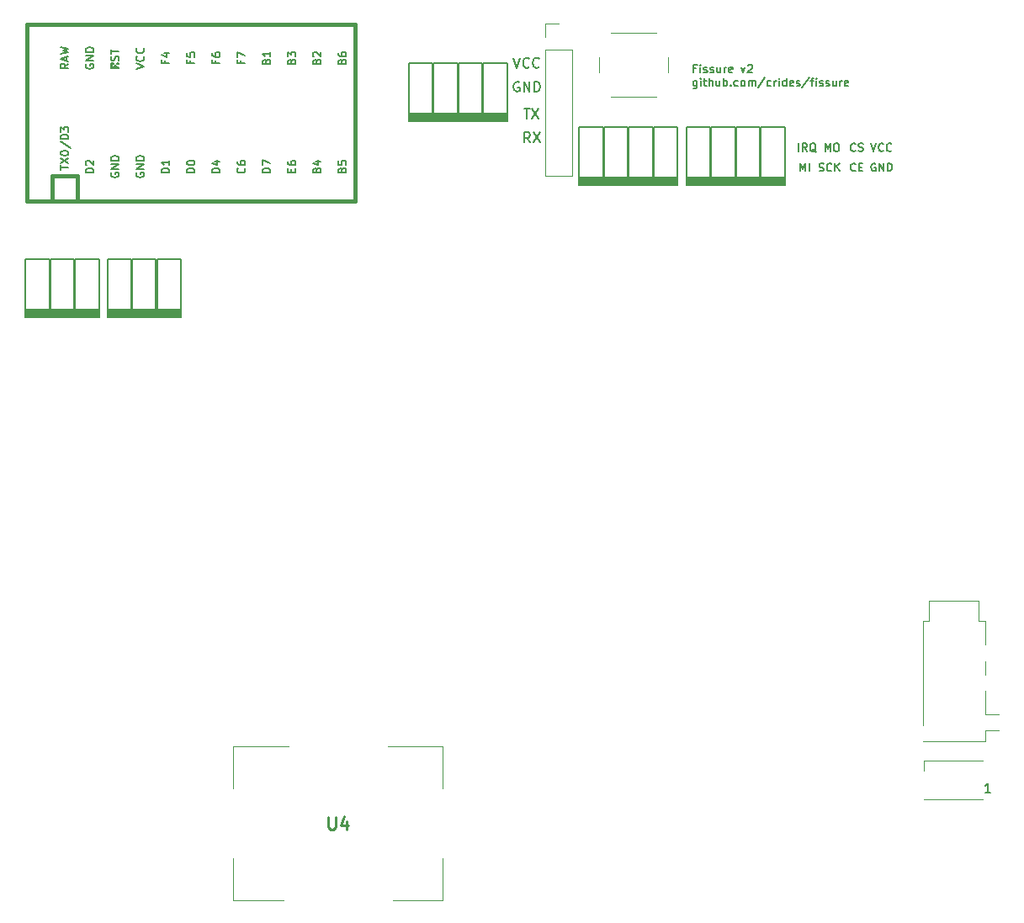
<source format=gbr>
G04 #@! TF.GenerationSoftware,KiCad,Pcbnew,5.1.4-e60b266~84~ubuntu19.04.1*
G04 #@! TF.CreationDate,2020-01-09T17:11:54-08:00*
G04 #@! TF.ProjectId,fissure,66697373-7572-4652-9e6b-696361645f70,rev?*
G04 #@! TF.SameCoordinates,Original*
G04 #@! TF.FileFunction,Legend,Top*
G04 #@! TF.FilePolarity,Positive*
%FSLAX46Y46*%
G04 Gerber Fmt 4.6, Leading zero omitted, Abs format (unit mm)*
G04 Created by KiCad (PCBNEW 5.1.4-e60b266~84~ubuntu19.04.1) date 2020-01-09 17:11:54*
%MOMM*%
%LPD*%
G04 APERTURE LIST*
%ADD10C,0.150000*%
%ADD11C,0.120000*%
%ADD12C,0.381000*%
%ADD13C,0.200000*%
%ADD14C,0.100000*%
%ADD15C,0.254000*%
G04 APERTURE END LIST*
D10*
X125418428Y-54572809D02*
X125532714Y-54610904D01*
X125723190Y-54610904D01*
X125799380Y-54572809D01*
X125837476Y-54534714D01*
X125875571Y-54458523D01*
X125875571Y-54382333D01*
X125837476Y-54306142D01*
X125799380Y-54268047D01*
X125723190Y-54229952D01*
X125570809Y-54191857D01*
X125494619Y-54153761D01*
X125456523Y-54115666D01*
X125418428Y-54039476D01*
X125418428Y-53963285D01*
X125456523Y-53887095D01*
X125494619Y-53849000D01*
X125570809Y-53810904D01*
X125761285Y-53810904D01*
X125875571Y-53849000D01*
X126675571Y-54534714D02*
X126637476Y-54572809D01*
X126523190Y-54610904D01*
X126447000Y-54610904D01*
X126332714Y-54572809D01*
X126256523Y-54496619D01*
X126218428Y-54420428D01*
X126180333Y-54268047D01*
X126180333Y-54153761D01*
X126218428Y-54001380D01*
X126256523Y-53925190D01*
X126332714Y-53849000D01*
X126447000Y-53810904D01*
X126523190Y-53810904D01*
X126637476Y-53849000D01*
X126675571Y-53887095D01*
X127018428Y-54610904D02*
X127018428Y-53810904D01*
X127475571Y-54610904D02*
X127132714Y-54153761D01*
X127475571Y-53810904D02*
X127018428Y-54268047D01*
X129082714Y-54534714D02*
X129044619Y-54572809D01*
X128930333Y-54610904D01*
X128854142Y-54610904D01*
X128739857Y-54572809D01*
X128663666Y-54496619D01*
X128625571Y-54420428D01*
X128587476Y-54268047D01*
X128587476Y-54153761D01*
X128625571Y-54001380D01*
X128663666Y-53925190D01*
X128739857Y-53849000D01*
X128854142Y-53810904D01*
X128930333Y-53810904D01*
X129044619Y-53849000D01*
X129082714Y-53887095D01*
X129425571Y-54191857D02*
X129692238Y-54191857D01*
X129806523Y-54610904D02*
X129425571Y-54610904D01*
X129425571Y-53810904D01*
X129806523Y-53810904D01*
X130630333Y-51810904D02*
X130897000Y-52610904D01*
X131163666Y-51810904D01*
X131887476Y-52534714D02*
X131849380Y-52572809D01*
X131735095Y-52610904D01*
X131658904Y-52610904D01*
X131544619Y-52572809D01*
X131468428Y-52496619D01*
X131430333Y-52420428D01*
X131392238Y-52268047D01*
X131392238Y-52153761D01*
X131430333Y-52001380D01*
X131468428Y-51925190D01*
X131544619Y-51849000D01*
X131658904Y-51810904D01*
X131735095Y-51810904D01*
X131849380Y-51849000D01*
X131887476Y-51887095D01*
X132687476Y-52534714D02*
X132649380Y-52572809D01*
X132535095Y-52610904D01*
X132458904Y-52610904D01*
X132344619Y-52572809D01*
X132268428Y-52496619D01*
X132230333Y-52420428D01*
X132192238Y-52268047D01*
X132192238Y-52153761D01*
X132230333Y-52001380D01*
X132268428Y-51925190D01*
X132344619Y-51849000D01*
X132458904Y-51810904D01*
X132535095Y-51810904D01*
X132649380Y-51849000D01*
X132687476Y-51887095D01*
X123377952Y-52610904D02*
X123377952Y-51810904D01*
X124216047Y-52610904D02*
X123949380Y-52229952D01*
X123758904Y-52610904D02*
X123758904Y-51810904D01*
X124063666Y-51810904D01*
X124139857Y-51849000D01*
X124177952Y-51887095D01*
X124216047Y-51963285D01*
X124216047Y-52077571D01*
X124177952Y-52153761D01*
X124139857Y-52191857D01*
X124063666Y-52229952D01*
X123758904Y-52229952D01*
X125092238Y-52687095D02*
X125016047Y-52649000D01*
X124939857Y-52572809D01*
X124825571Y-52458523D01*
X124749380Y-52420428D01*
X124673190Y-52420428D01*
X124711285Y-52610904D02*
X124635095Y-52572809D01*
X124558904Y-52496619D01*
X124520809Y-52344238D01*
X124520809Y-52077571D01*
X124558904Y-51925190D01*
X124635095Y-51849000D01*
X124711285Y-51810904D01*
X124863666Y-51810904D01*
X124939857Y-51849000D01*
X125016047Y-51925190D01*
X125054142Y-52077571D01*
X125054142Y-52344238D01*
X125016047Y-52496619D01*
X124939857Y-52572809D01*
X124863666Y-52610904D01*
X124711285Y-52610904D01*
X131087476Y-53849000D02*
X131011285Y-53810904D01*
X130897000Y-53810904D01*
X130782714Y-53849000D01*
X130706523Y-53925190D01*
X130668428Y-54001380D01*
X130630333Y-54153761D01*
X130630333Y-54268047D01*
X130668428Y-54420428D01*
X130706523Y-54496619D01*
X130782714Y-54572809D01*
X130897000Y-54610904D01*
X130973190Y-54610904D01*
X131087476Y-54572809D01*
X131125571Y-54534714D01*
X131125571Y-54268047D01*
X130973190Y-54268047D01*
X131468428Y-54610904D02*
X131468428Y-53810904D01*
X131925571Y-54610904D01*
X131925571Y-53810904D01*
X132306523Y-54610904D02*
X132306523Y-53810904D01*
X132497000Y-53810904D01*
X132611285Y-53849000D01*
X132687476Y-53925190D01*
X132725571Y-54001380D01*
X132763666Y-54153761D01*
X132763666Y-54268047D01*
X132725571Y-54420428D01*
X132687476Y-54496619D01*
X132611285Y-54572809D01*
X132497000Y-54610904D01*
X132306523Y-54610904D01*
X129063666Y-52534714D02*
X129025571Y-52572809D01*
X128911285Y-52610904D01*
X128835095Y-52610904D01*
X128720809Y-52572809D01*
X128644619Y-52496619D01*
X128606523Y-52420428D01*
X128568428Y-52268047D01*
X128568428Y-52153761D01*
X128606523Y-52001380D01*
X128644619Y-51925190D01*
X128720809Y-51849000D01*
X128835095Y-51810904D01*
X128911285Y-51810904D01*
X129025571Y-51849000D01*
X129063666Y-51887095D01*
X129368428Y-52572809D02*
X129482714Y-52610904D01*
X129673190Y-52610904D01*
X129749380Y-52572809D01*
X129787476Y-52534714D01*
X129825571Y-52458523D01*
X129825571Y-52382333D01*
X129787476Y-52306142D01*
X129749380Y-52268047D01*
X129673190Y-52229952D01*
X129520809Y-52191857D01*
X129444619Y-52153761D01*
X129406523Y-52115666D01*
X129368428Y-52039476D01*
X129368428Y-51963285D01*
X129406523Y-51887095D01*
X129444619Y-51849000D01*
X129520809Y-51810904D01*
X129711285Y-51810904D01*
X129825571Y-51849000D01*
X126011285Y-52610904D02*
X126011285Y-51810904D01*
X126277952Y-52382333D01*
X126544619Y-51810904D01*
X126544619Y-52610904D01*
X127077952Y-51810904D02*
X127230333Y-51810904D01*
X127306523Y-51849000D01*
X127382714Y-51925190D01*
X127420809Y-52077571D01*
X127420809Y-52344238D01*
X127382714Y-52496619D01*
X127306523Y-52572809D01*
X127230333Y-52610904D01*
X127077952Y-52610904D01*
X127001761Y-52572809D01*
X126925571Y-52496619D01*
X126887476Y-52344238D01*
X126887476Y-52077571D01*
X126925571Y-51925190D01*
X127001761Y-51849000D01*
X127077952Y-51810904D01*
X123489857Y-54610904D02*
X123489857Y-53810904D01*
X123756523Y-54382333D01*
X124023190Y-53810904D01*
X124023190Y-54610904D01*
X124404142Y-54610904D02*
X124404142Y-53810904D01*
X96330333Y-51701380D02*
X95997000Y-51225190D01*
X95758904Y-51701380D02*
X95758904Y-50701380D01*
X96139857Y-50701380D01*
X96235095Y-50749000D01*
X96282714Y-50796619D01*
X96330333Y-50891857D01*
X96330333Y-51034714D01*
X96282714Y-51129952D01*
X96235095Y-51177571D01*
X96139857Y-51225190D01*
X95758904Y-51225190D01*
X96663666Y-50701380D02*
X97330333Y-51701380D01*
X97330333Y-50701380D02*
X96663666Y-51701380D01*
X95735095Y-48301380D02*
X96306523Y-48301380D01*
X96020809Y-49301380D02*
X96020809Y-48301380D01*
X96544619Y-48301380D02*
X97211285Y-49301380D01*
X97211285Y-48301380D02*
X96544619Y-49301380D01*
X95235095Y-45649000D02*
X95139857Y-45601380D01*
X94997000Y-45601380D01*
X94854142Y-45649000D01*
X94758904Y-45744238D01*
X94711285Y-45839476D01*
X94663666Y-46029952D01*
X94663666Y-46172809D01*
X94711285Y-46363285D01*
X94758904Y-46458523D01*
X94854142Y-46553761D01*
X94997000Y-46601380D01*
X95092238Y-46601380D01*
X95235095Y-46553761D01*
X95282714Y-46506142D01*
X95282714Y-46172809D01*
X95092238Y-46172809D01*
X95711285Y-46601380D02*
X95711285Y-45601380D01*
X96282714Y-46601380D01*
X96282714Y-45601380D01*
X96758904Y-46601380D02*
X96758904Y-45601380D01*
X96997000Y-45601380D01*
X97139857Y-45649000D01*
X97235095Y-45744238D01*
X97282714Y-45839476D01*
X97330333Y-46029952D01*
X97330333Y-46172809D01*
X97282714Y-46363285D01*
X97235095Y-46458523D01*
X97139857Y-46553761D01*
X96997000Y-46601380D01*
X96758904Y-46601380D01*
X94663666Y-43201380D02*
X94997000Y-44201380D01*
X95330333Y-43201380D01*
X96235095Y-44106142D02*
X96187476Y-44153761D01*
X96044619Y-44201380D01*
X95949380Y-44201380D01*
X95806523Y-44153761D01*
X95711285Y-44058523D01*
X95663666Y-43963285D01*
X95616047Y-43772809D01*
X95616047Y-43629952D01*
X95663666Y-43439476D01*
X95711285Y-43344238D01*
X95806523Y-43249000D01*
X95949380Y-43201380D01*
X96044619Y-43201380D01*
X96187476Y-43249000D01*
X96235095Y-43296619D01*
X97235095Y-44106142D02*
X97187476Y-44153761D01*
X97044619Y-44201380D01*
X96949380Y-44201380D01*
X96806523Y-44153761D01*
X96711285Y-44058523D01*
X96663666Y-43963285D01*
X96616047Y-43772809D01*
X96616047Y-43629952D01*
X96663666Y-43439476D01*
X96711285Y-43344238D01*
X96806523Y-43249000D01*
X96949380Y-43201380D01*
X97044619Y-43201380D01*
X97187476Y-43249000D01*
X97235095Y-43296619D01*
X113051642Y-44266857D02*
X112784976Y-44266857D01*
X112784976Y-44685904D02*
X112784976Y-43885904D01*
X113165928Y-43885904D01*
X113470690Y-44685904D02*
X113470690Y-44152571D01*
X113470690Y-43885904D02*
X113432595Y-43924000D01*
X113470690Y-43962095D01*
X113508785Y-43924000D01*
X113470690Y-43885904D01*
X113470690Y-43962095D01*
X113813547Y-44647809D02*
X113889738Y-44685904D01*
X114042119Y-44685904D01*
X114118309Y-44647809D01*
X114156404Y-44571619D01*
X114156404Y-44533523D01*
X114118309Y-44457333D01*
X114042119Y-44419238D01*
X113927833Y-44419238D01*
X113851642Y-44381142D01*
X113813547Y-44304952D01*
X113813547Y-44266857D01*
X113851642Y-44190666D01*
X113927833Y-44152571D01*
X114042119Y-44152571D01*
X114118309Y-44190666D01*
X114461166Y-44647809D02*
X114537357Y-44685904D01*
X114689738Y-44685904D01*
X114765928Y-44647809D01*
X114804023Y-44571619D01*
X114804023Y-44533523D01*
X114765928Y-44457333D01*
X114689738Y-44419238D01*
X114575452Y-44419238D01*
X114499261Y-44381142D01*
X114461166Y-44304952D01*
X114461166Y-44266857D01*
X114499261Y-44190666D01*
X114575452Y-44152571D01*
X114689738Y-44152571D01*
X114765928Y-44190666D01*
X115489738Y-44152571D02*
X115489738Y-44685904D01*
X115146880Y-44152571D02*
X115146880Y-44571619D01*
X115184976Y-44647809D01*
X115261166Y-44685904D01*
X115375452Y-44685904D01*
X115451642Y-44647809D01*
X115489738Y-44609714D01*
X115870690Y-44685904D02*
X115870690Y-44152571D01*
X115870690Y-44304952D02*
X115908785Y-44228761D01*
X115946880Y-44190666D01*
X116023071Y-44152571D01*
X116099261Y-44152571D01*
X116670690Y-44647809D02*
X116594500Y-44685904D01*
X116442119Y-44685904D01*
X116365928Y-44647809D01*
X116327833Y-44571619D01*
X116327833Y-44266857D01*
X116365928Y-44190666D01*
X116442119Y-44152571D01*
X116594500Y-44152571D01*
X116670690Y-44190666D01*
X116708785Y-44266857D01*
X116708785Y-44343047D01*
X116327833Y-44419238D01*
X117584976Y-44152571D02*
X117775452Y-44685904D01*
X117965928Y-44152571D01*
X118232595Y-43962095D02*
X118270690Y-43924000D01*
X118346880Y-43885904D01*
X118537357Y-43885904D01*
X118613547Y-43924000D01*
X118651642Y-43962095D01*
X118689738Y-44038285D01*
X118689738Y-44114476D01*
X118651642Y-44228761D01*
X118194500Y-44685904D01*
X118689738Y-44685904D01*
X113127833Y-45502571D02*
X113127833Y-46150190D01*
X113089738Y-46226380D01*
X113051642Y-46264476D01*
X112975452Y-46302571D01*
X112861166Y-46302571D01*
X112784976Y-46264476D01*
X113127833Y-45997809D02*
X113051642Y-46035904D01*
X112899261Y-46035904D01*
X112823071Y-45997809D01*
X112784976Y-45959714D01*
X112746880Y-45883523D01*
X112746880Y-45654952D01*
X112784976Y-45578761D01*
X112823071Y-45540666D01*
X112899261Y-45502571D01*
X113051642Y-45502571D01*
X113127833Y-45540666D01*
X113508785Y-46035904D02*
X113508785Y-45502571D01*
X113508785Y-45235904D02*
X113470690Y-45274000D01*
X113508785Y-45312095D01*
X113546880Y-45274000D01*
X113508785Y-45235904D01*
X113508785Y-45312095D01*
X113775452Y-45502571D02*
X114080214Y-45502571D01*
X113889738Y-45235904D02*
X113889738Y-45921619D01*
X113927833Y-45997809D01*
X114004023Y-46035904D01*
X114080214Y-46035904D01*
X114346880Y-46035904D02*
X114346880Y-45235904D01*
X114689738Y-46035904D02*
X114689738Y-45616857D01*
X114651642Y-45540666D01*
X114575452Y-45502571D01*
X114461166Y-45502571D01*
X114384976Y-45540666D01*
X114346880Y-45578761D01*
X115413547Y-45502571D02*
X115413547Y-46035904D01*
X115070690Y-45502571D02*
X115070690Y-45921619D01*
X115108785Y-45997809D01*
X115184976Y-46035904D01*
X115299261Y-46035904D01*
X115375452Y-45997809D01*
X115413547Y-45959714D01*
X115794500Y-46035904D02*
X115794500Y-45235904D01*
X115794500Y-45540666D02*
X115870690Y-45502571D01*
X116023071Y-45502571D01*
X116099261Y-45540666D01*
X116137357Y-45578761D01*
X116175452Y-45654952D01*
X116175452Y-45883523D01*
X116137357Y-45959714D01*
X116099261Y-45997809D01*
X116023071Y-46035904D01*
X115870690Y-46035904D01*
X115794500Y-45997809D01*
X116518309Y-45959714D02*
X116556404Y-45997809D01*
X116518309Y-46035904D01*
X116480214Y-45997809D01*
X116518309Y-45959714D01*
X116518309Y-46035904D01*
X117242119Y-45997809D02*
X117165928Y-46035904D01*
X117013547Y-46035904D01*
X116937357Y-45997809D01*
X116899261Y-45959714D01*
X116861166Y-45883523D01*
X116861166Y-45654952D01*
X116899261Y-45578761D01*
X116937357Y-45540666D01*
X117013547Y-45502571D01*
X117165928Y-45502571D01*
X117242119Y-45540666D01*
X117699261Y-46035904D02*
X117623071Y-45997809D01*
X117584976Y-45959714D01*
X117546880Y-45883523D01*
X117546880Y-45654952D01*
X117584976Y-45578761D01*
X117623071Y-45540666D01*
X117699261Y-45502571D01*
X117813547Y-45502571D01*
X117889738Y-45540666D01*
X117927833Y-45578761D01*
X117965928Y-45654952D01*
X117965928Y-45883523D01*
X117927833Y-45959714D01*
X117889738Y-45997809D01*
X117813547Y-46035904D01*
X117699261Y-46035904D01*
X118308785Y-46035904D02*
X118308785Y-45502571D01*
X118308785Y-45578761D02*
X118346880Y-45540666D01*
X118423071Y-45502571D01*
X118537357Y-45502571D01*
X118613547Y-45540666D01*
X118651642Y-45616857D01*
X118651642Y-46035904D01*
X118651642Y-45616857D02*
X118689738Y-45540666D01*
X118765928Y-45502571D01*
X118880214Y-45502571D01*
X118956404Y-45540666D01*
X118994500Y-45616857D01*
X118994500Y-46035904D01*
X119946880Y-45197809D02*
X119261166Y-46226380D01*
X120556404Y-45997809D02*
X120480214Y-46035904D01*
X120327833Y-46035904D01*
X120251642Y-45997809D01*
X120213547Y-45959714D01*
X120175452Y-45883523D01*
X120175452Y-45654952D01*
X120213547Y-45578761D01*
X120251642Y-45540666D01*
X120327833Y-45502571D01*
X120480214Y-45502571D01*
X120556404Y-45540666D01*
X120899261Y-46035904D02*
X120899261Y-45502571D01*
X120899261Y-45654952D02*
X120937357Y-45578761D01*
X120975452Y-45540666D01*
X121051642Y-45502571D01*
X121127833Y-45502571D01*
X121394500Y-46035904D02*
X121394500Y-45502571D01*
X121394500Y-45235904D02*
X121356404Y-45274000D01*
X121394500Y-45312095D01*
X121432595Y-45274000D01*
X121394500Y-45235904D01*
X121394500Y-45312095D01*
X122118309Y-46035904D02*
X122118309Y-45235904D01*
X122118309Y-45997809D02*
X122042119Y-46035904D01*
X121889738Y-46035904D01*
X121813547Y-45997809D01*
X121775452Y-45959714D01*
X121737357Y-45883523D01*
X121737357Y-45654952D01*
X121775452Y-45578761D01*
X121813547Y-45540666D01*
X121889738Y-45502571D01*
X122042119Y-45502571D01*
X122118309Y-45540666D01*
X122804023Y-45997809D02*
X122727833Y-46035904D01*
X122575452Y-46035904D01*
X122499261Y-45997809D01*
X122461166Y-45921619D01*
X122461166Y-45616857D01*
X122499261Y-45540666D01*
X122575452Y-45502571D01*
X122727833Y-45502571D01*
X122804023Y-45540666D01*
X122842119Y-45616857D01*
X122842119Y-45693047D01*
X122461166Y-45769238D01*
X123146880Y-45997809D02*
X123223071Y-46035904D01*
X123375452Y-46035904D01*
X123451642Y-45997809D01*
X123489738Y-45921619D01*
X123489738Y-45883523D01*
X123451642Y-45807333D01*
X123375452Y-45769238D01*
X123261166Y-45769238D01*
X123184976Y-45731142D01*
X123146880Y-45654952D01*
X123146880Y-45616857D01*
X123184976Y-45540666D01*
X123261166Y-45502571D01*
X123375452Y-45502571D01*
X123451642Y-45540666D01*
X124404023Y-45197809D02*
X123718309Y-46226380D01*
X124556404Y-45502571D02*
X124861166Y-45502571D01*
X124670690Y-46035904D02*
X124670690Y-45350190D01*
X124708785Y-45274000D01*
X124784976Y-45235904D01*
X124861166Y-45235904D01*
X125127833Y-46035904D02*
X125127833Y-45502571D01*
X125127833Y-45235904D02*
X125089738Y-45274000D01*
X125127833Y-45312095D01*
X125165928Y-45274000D01*
X125127833Y-45235904D01*
X125127833Y-45312095D01*
X125470690Y-45997809D02*
X125546880Y-46035904D01*
X125699261Y-46035904D01*
X125775452Y-45997809D01*
X125813547Y-45921619D01*
X125813547Y-45883523D01*
X125775452Y-45807333D01*
X125699261Y-45769238D01*
X125584976Y-45769238D01*
X125508785Y-45731142D01*
X125470690Y-45654952D01*
X125470690Y-45616857D01*
X125508785Y-45540666D01*
X125584976Y-45502571D01*
X125699261Y-45502571D01*
X125775452Y-45540666D01*
X126118309Y-45997809D02*
X126194500Y-46035904D01*
X126346880Y-46035904D01*
X126423071Y-45997809D01*
X126461166Y-45921619D01*
X126461166Y-45883523D01*
X126423071Y-45807333D01*
X126346880Y-45769238D01*
X126232595Y-45769238D01*
X126156404Y-45731142D01*
X126118309Y-45654952D01*
X126118309Y-45616857D01*
X126156404Y-45540666D01*
X126232595Y-45502571D01*
X126346880Y-45502571D01*
X126423071Y-45540666D01*
X127146880Y-45502571D02*
X127146880Y-46035904D01*
X126804023Y-45502571D02*
X126804023Y-45921619D01*
X126842119Y-45997809D01*
X126918309Y-46035904D01*
X127032595Y-46035904D01*
X127108785Y-45997809D01*
X127146880Y-45959714D01*
X127527833Y-46035904D02*
X127527833Y-45502571D01*
X127527833Y-45654952D02*
X127565928Y-45578761D01*
X127604023Y-45540666D01*
X127680214Y-45502571D01*
X127756404Y-45502571D01*
X128327833Y-45997809D02*
X128251642Y-46035904D01*
X128099261Y-46035904D01*
X128023071Y-45997809D01*
X127984976Y-45921619D01*
X127984976Y-45616857D01*
X128023071Y-45540666D01*
X128099261Y-45502571D01*
X128251642Y-45502571D01*
X128327833Y-45540666D01*
X128365928Y-45616857D01*
X128365928Y-45693047D01*
X127984976Y-45769238D01*
D11*
X135947000Y-113899000D02*
X135947000Y-114974000D01*
X141847000Y-113899000D02*
X135947000Y-113899000D01*
X141847000Y-117799000D02*
X135947000Y-117799000D01*
X103252000Y-43149000D02*
X103252000Y-44649000D01*
X104502000Y-47149000D02*
X109002000Y-47149000D01*
X110252000Y-44649000D02*
X110252000Y-43149000D01*
X109002000Y-40649000D02*
X104502000Y-40649000D01*
X97877000Y-55099000D02*
X100537000Y-55099000D01*
X97877000Y-42339000D02*
X97877000Y-55099000D01*
X100537000Y-42339000D02*
X100537000Y-55099000D01*
X97877000Y-42339000D02*
X100537000Y-42339000D01*
X97877000Y-41069000D02*
X97877000Y-39739000D01*
X97877000Y-39739000D02*
X99207000Y-39739000D01*
D12*
X48257000Y-55039000D02*
X48257000Y-57579000D01*
X45717000Y-57579000D02*
X48257000Y-57579000D01*
X45717000Y-39799000D02*
X45717000Y-57579000D01*
X48257000Y-39799000D02*
X45717000Y-39799000D01*
D10*
G36*
X54736360Y-43757432D02*
G01*
X54936360Y-43757432D01*
X54936360Y-43857432D01*
X54736360Y-43857432D01*
X54736360Y-43757432D01*
G37*
X54736360Y-43757432D02*
X54936360Y-43757432D01*
X54936360Y-43857432D01*
X54736360Y-43857432D01*
X54736360Y-43757432D01*
G36*
X54136360Y-44157432D02*
G01*
X54936360Y-44157432D01*
X54936360Y-44257432D01*
X54136360Y-44257432D01*
X54136360Y-44157432D01*
G37*
X54136360Y-44157432D02*
X54936360Y-44157432D01*
X54936360Y-44257432D01*
X54136360Y-44257432D01*
X54136360Y-44157432D01*
G36*
X54136360Y-43757432D02*
G01*
X54236360Y-43757432D01*
X54236360Y-44257432D01*
X54136360Y-44257432D01*
X54136360Y-43757432D01*
G37*
X54136360Y-43757432D02*
X54236360Y-43757432D01*
X54236360Y-44257432D01*
X54136360Y-44257432D01*
X54136360Y-43757432D01*
G36*
X54536360Y-43957432D02*
G01*
X54636360Y-43957432D01*
X54636360Y-44057432D01*
X54536360Y-44057432D01*
X54536360Y-43957432D01*
G37*
X54536360Y-43957432D02*
X54636360Y-43957432D01*
X54636360Y-44057432D01*
X54536360Y-44057432D01*
X54536360Y-43957432D01*
G36*
X54136360Y-43757432D02*
G01*
X54436360Y-43757432D01*
X54436360Y-43857432D01*
X54136360Y-43857432D01*
X54136360Y-43757432D01*
G37*
X54136360Y-43757432D02*
X54436360Y-43757432D01*
X54436360Y-43857432D01*
X54136360Y-43857432D01*
X54136360Y-43757432D01*
D12*
X50797000Y-55039000D02*
X50797000Y-57579000D01*
X48257000Y-55039000D02*
X50797000Y-55039000D01*
X78737000Y-39799000D02*
X48257000Y-39799000D01*
X78737000Y-57579000D02*
X78737000Y-39799000D01*
X48257000Y-57579000D02*
X78737000Y-57579000D01*
D13*
X47947000Y-63449000D02*
X47947000Y-69249000D01*
X45547000Y-63449000D02*
X47947000Y-63449000D01*
X45547000Y-69249000D02*
X45547000Y-63449000D01*
X45547000Y-69174000D02*
X47947000Y-69174000D01*
X45547000Y-69049000D02*
X47947000Y-69049000D01*
X47947000Y-69274000D02*
X45547000Y-69274000D01*
X45547000Y-68874000D02*
X47947000Y-68874000D01*
X45547000Y-68699000D02*
X47947000Y-68699000D01*
X45547000Y-68524000D02*
X47947000Y-68524000D01*
X121957000Y-50196000D02*
X121957000Y-55996000D01*
X119557000Y-50196000D02*
X121957000Y-50196000D01*
X119557000Y-55996000D02*
X119557000Y-50196000D01*
X119557000Y-55921000D02*
X121957000Y-55921000D01*
X119557000Y-55796000D02*
X121957000Y-55796000D01*
X121957000Y-56021000D02*
X119557000Y-56021000D01*
X119557000Y-55621000D02*
X121957000Y-55621000D01*
X119557000Y-55446000D02*
X121957000Y-55446000D01*
X119557000Y-55271000D02*
X121957000Y-55271000D01*
X111162000Y-50193000D02*
X111162000Y-55993000D01*
X108762000Y-50193000D02*
X111162000Y-50193000D01*
X108762000Y-55993000D02*
X108762000Y-50193000D01*
X108762000Y-55918000D02*
X111162000Y-55918000D01*
X108762000Y-55793000D02*
X111162000Y-55793000D01*
X111162000Y-56018000D02*
X108762000Y-56018000D01*
X108762000Y-55618000D02*
X111162000Y-55618000D01*
X108762000Y-55443000D02*
X111162000Y-55443000D01*
X108762000Y-55268000D02*
X111162000Y-55268000D01*
X91617000Y-48834000D02*
X94017000Y-48834000D01*
X91617000Y-49009000D02*
X94017000Y-49009000D01*
X91617000Y-49184000D02*
X94017000Y-49184000D01*
X94017000Y-49584000D02*
X91617000Y-49584000D01*
X91617000Y-49359000D02*
X94017000Y-49359000D01*
X91617000Y-49484000D02*
X94017000Y-49484000D01*
X91617000Y-49559000D02*
X91617000Y-43759000D01*
X91617000Y-43759000D02*
X94017000Y-43759000D01*
X94017000Y-43759000D02*
X94017000Y-49559000D01*
X119457000Y-50196000D02*
X119457000Y-55996000D01*
X117057000Y-50196000D02*
X119457000Y-50196000D01*
X117057000Y-55996000D02*
X117057000Y-50196000D01*
X117057000Y-55921000D02*
X119457000Y-55921000D01*
X117057000Y-55796000D02*
X119457000Y-55796000D01*
X119457000Y-56021000D02*
X117057000Y-56021000D01*
X117057000Y-55621000D02*
X119457000Y-55621000D01*
X117057000Y-55446000D02*
X119457000Y-55446000D01*
X117057000Y-55271000D02*
X119457000Y-55271000D01*
X108662000Y-50193000D02*
X108662000Y-55993000D01*
X106262000Y-50193000D02*
X108662000Y-50193000D01*
X106262000Y-55993000D02*
X106262000Y-50193000D01*
X106262000Y-55918000D02*
X108662000Y-55918000D01*
X106262000Y-55793000D02*
X108662000Y-55793000D01*
X108662000Y-56018000D02*
X106262000Y-56018000D01*
X106262000Y-55618000D02*
X108662000Y-55618000D01*
X106262000Y-55443000D02*
X108662000Y-55443000D01*
X106262000Y-55268000D02*
X108662000Y-55268000D01*
X89117000Y-48834000D02*
X91517000Y-48834000D01*
X89117000Y-49009000D02*
X91517000Y-49009000D01*
X89117000Y-49184000D02*
X91517000Y-49184000D01*
X91517000Y-49584000D02*
X89117000Y-49584000D01*
X89117000Y-49359000D02*
X91517000Y-49359000D01*
X89117000Y-49484000D02*
X91517000Y-49484000D01*
X89117000Y-49559000D02*
X89117000Y-43759000D01*
X89117000Y-43759000D02*
X91517000Y-43759000D01*
X91517000Y-43759000D02*
X91517000Y-49559000D01*
X56197000Y-63449000D02*
X56197000Y-69249000D01*
X53797000Y-63449000D02*
X56197000Y-63449000D01*
X53797000Y-69249000D02*
X53797000Y-63449000D01*
X53797000Y-69174000D02*
X56197000Y-69174000D01*
X53797000Y-69049000D02*
X56197000Y-69049000D01*
X56197000Y-69274000D02*
X53797000Y-69274000D01*
X53797000Y-68874000D02*
X56197000Y-68874000D01*
X53797000Y-68699000D02*
X56197000Y-68699000D01*
X53797000Y-68524000D02*
X56197000Y-68524000D01*
X52947000Y-63449000D02*
X52947000Y-69249000D01*
X50547000Y-63449000D02*
X52947000Y-63449000D01*
X50547000Y-69249000D02*
X50547000Y-63449000D01*
X50547000Y-69174000D02*
X52947000Y-69174000D01*
X50547000Y-69049000D02*
X52947000Y-69049000D01*
X52947000Y-69274000D02*
X50547000Y-69274000D01*
X50547000Y-68874000D02*
X52947000Y-68874000D01*
X50547000Y-68699000D02*
X52947000Y-68699000D01*
X50547000Y-68524000D02*
X52947000Y-68524000D01*
X116957000Y-50196000D02*
X116957000Y-55996000D01*
X114557000Y-50196000D02*
X116957000Y-50196000D01*
X114557000Y-55996000D02*
X114557000Y-50196000D01*
X114557000Y-55921000D02*
X116957000Y-55921000D01*
X114557000Y-55796000D02*
X116957000Y-55796000D01*
X116957000Y-56021000D02*
X114557000Y-56021000D01*
X114557000Y-55621000D02*
X116957000Y-55621000D01*
X114557000Y-55446000D02*
X116957000Y-55446000D01*
X114557000Y-55271000D02*
X116957000Y-55271000D01*
X106162000Y-50193000D02*
X106162000Y-55993000D01*
X103762000Y-50193000D02*
X106162000Y-50193000D01*
X103762000Y-55993000D02*
X103762000Y-50193000D01*
X103762000Y-55918000D02*
X106162000Y-55918000D01*
X103762000Y-55793000D02*
X106162000Y-55793000D01*
X106162000Y-56018000D02*
X103762000Y-56018000D01*
X103762000Y-55618000D02*
X106162000Y-55618000D01*
X103762000Y-55443000D02*
X106162000Y-55443000D01*
X103762000Y-55268000D02*
X106162000Y-55268000D01*
X86617000Y-48834000D02*
X89017000Y-48834000D01*
X86617000Y-49009000D02*
X89017000Y-49009000D01*
X86617000Y-49184000D02*
X89017000Y-49184000D01*
X89017000Y-49584000D02*
X86617000Y-49584000D01*
X86617000Y-49359000D02*
X89017000Y-49359000D01*
X86617000Y-49484000D02*
X89017000Y-49484000D01*
X86617000Y-49559000D02*
X86617000Y-43759000D01*
X86617000Y-43759000D02*
X89017000Y-43759000D01*
X89017000Y-43759000D02*
X89017000Y-49559000D01*
X58697000Y-63449000D02*
X58697000Y-69249000D01*
X56297000Y-63449000D02*
X58697000Y-63449000D01*
X56297000Y-69249000D02*
X56297000Y-63449000D01*
X56297000Y-69174000D02*
X58697000Y-69174000D01*
X56297000Y-69049000D02*
X58697000Y-69049000D01*
X58697000Y-69274000D02*
X56297000Y-69274000D01*
X56297000Y-68874000D02*
X58697000Y-68874000D01*
X56297000Y-68699000D02*
X58697000Y-68699000D01*
X56297000Y-68524000D02*
X58697000Y-68524000D01*
X50447000Y-63449000D02*
X50447000Y-69249000D01*
X48047000Y-63449000D02*
X50447000Y-63449000D01*
X48047000Y-69249000D02*
X48047000Y-63449000D01*
X48047000Y-69174000D02*
X50447000Y-69174000D01*
X48047000Y-69049000D02*
X50447000Y-69049000D01*
X50447000Y-69274000D02*
X48047000Y-69274000D01*
X48047000Y-68874000D02*
X50447000Y-68874000D01*
X48047000Y-68699000D02*
X50447000Y-68699000D01*
X48047000Y-68524000D02*
X50447000Y-68524000D01*
X114457000Y-50196000D02*
X114457000Y-55996000D01*
X112057000Y-50196000D02*
X114457000Y-50196000D01*
X112057000Y-55996000D02*
X112057000Y-50196000D01*
X112057000Y-55921000D02*
X114457000Y-55921000D01*
X112057000Y-55796000D02*
X114457000Y-55796000D01*
X114457000Y-56021000D02*
X112057000Y-56021000D01*
X112057000Y-55621000D02*
X114457000Y-55621000D01*
X112057000Y-55446000D02*
X114457000Y-55446000D01*
X112057000Y-55271000D02*
X114457000Y-55271000D01*
X103662000Y-50193000D02*
X103662000Y-55993000D01*
X101262000Y-50193000D02*
X103662000Y-50193000D01*
X101262000Y-55993000D02*
X101262000Y-50193000D01*
X101262000Y-55918000D02*
X103662000Y-55918000D01*
X101262000Y-55793000D02*
X103662000Y-55793000D01*
X103662000Y-56018000D02*
X101262000Y-56018000D01*
X101262000Y-55618000D02*
X103662000Y-55618000D01*
X101262000Y-55443000D02*
X103662000Y-55443000D01*
X101262000Y-55268000D02*
X103662000Y-55268000D01*
X84117000Y-48834000D02*
X86517000Y-48834000D01*
X84117000Y-49009000D02*
X86517000Y-49009000D01*
X84117000Y-49184000D02*
X86517000Y-49184000D01*
X86517000Y-49584000D02*
X84117000Y-49584000D01*
X84117000Y-49359000D02*
X86517000Y-49359000D01*
X84117000Y-49484000D02*
X86517000Y-49484000D01*
X84117000Y-49559000D02*
X84117000Y-43759000D01*
X84117000Y-43759000D02*
X86517000Y-43759000D01*
X86517000Y-43759000D02*
X86517000Y-49559000D01*
X61197000Y-63449000D02*
X61197000Y-69249000D01*
X58797000Y-63449000D02*
X61197000Y-63449000D01*
X58797000Y-69249000D02*
X58797000Y-63449000D01*
X58797000Y-69174000D02*
X61197000Y-69174000D01*
X58797000Y-69049000D02*
X61197000Y-69049000D01*
X61197000Y-69274000D02*
X58797000Y-69274000D01*
X58797000Y-68874000D02*
X61197000Y-68874000D01*
X58797000Y-68699000D02*
X61197000Y-68699000D01*
X58797000Y-68524000D02*
X61197000Y-68524000D01*
D11*
X136497000Y-99874000D02*
X136497000Y-97874000D01*
X141497000Y-99874000D02*
X141497000Y-97874000D01*
X141497000Y-97874000D02*
X136497000Y-97874000D01*
X136497000Y-99874000D02*
X135897000Y-99874000D01*
X142097000Y-99874000D02*
X141497000Y-99874000D01*
X135897000Y-111974000D02*
X142097000Y-111974000D01*
X142097000Y-99874000D02*
X142097000Y-102249000D01*
X142097000Y-103899000D02*
X142097000Y-105249000D01*
X142097000Y-106899000D02*
X142097000Y-109299000D01*
X142097000Y-110849000D02*
X142097000Y-111974000D01*
X135897000Y-110399000D02*
X135897000Y-99874000D01*
X142097000Y-110849000D02*
X143497000Y-110849000D01*
X142097000Y-109299000D02*
X143497000Y-109299000D01*
D14*
X66447000Y-127999000D02*
X71497000Y-127999000D01*
X66447000Y-123749000D02*
X66447000Y-127999000D01*
X66447000Y-112499000D02*
X66447000Y-116749000D01*
X71997000Y-112499000D02*
X66447000Y-112499000D01*
X87547000Y-127999000D02*
X82497000Y-127999000D01*
X87547000Y-123749000D02*
X87547000Y-127999000D01*
X87502000Y-112499000D02*
X87547000Y-116749000D01*
X81997000Y-112499000D02*
X87502000Y-112499000D01*
D10*
X142682714Y-117176380D02*
X142111285Y-117176380D01*
X142397000Y-117176380D02*
X142397000Y-116176380D01*
X142301761Y-116319238D01*
X142206523Y-116414476D01*
X142111285Y-116462095D01*
X49088904Y-54451348D02*
X49088904Y-53994205D01*
X49888904Y-54222776D02*
X49088904Y-54222776D01*
X49088904Y-53803729D02*
X49888904Y-53270395D01*
X49088904Y-53270395D02*
X49888904Y-53803729D01*
X49088904Y-52813252D02*
X49088904Y-52737062D01*
X49127000Y-52660872D01*
X49165095Y-52622776D01*
X49241285Y-52584681D01*
X49393666Y-52546586D01*
X49584142Y-52546586D01*
X49736523Y-52584681D01*
X49812714Y-52622776D01*
X49850809Y-52660872D01*
X49888904Y-52737062D01*
X49888904Y-52813252D01*
X49850809Y-52889443D01*
X49812714Y-52927538D01*
X49736523Y-52965633D01*
X49584142Y-53003729D01*
X49393666Y-53003729D01*
X49241285Y-52965633D01*
X49165095Y-52927538D01*
X49127000Y-52889443D01*
X49088904Y-52813252D01*
X49050809Y-51632300D02*
X50079380Y-52318014D01*
X49888904Y-51365633D02*
X49088904Y-51365633D01*
X49088904Y-51175157D01*
X49127000Y-51060872D01*
X49203190Y-50984681D01*
X49279380Y-50946586D01*
X49431761Y-50908491D01*
X49546047Y-50908491D01*
X49698428Y-50946586D01*
X49774619Y-50984681D01*
X49850809Y-51060872D01*
X49888904Y-51175157D01*
X49888904Y-51365633D01*
X49088904Y-50641824D02*
X49088904Y-50146586D01*
X49393666Y-50413252D01*
X49393666Y-50298967D01*
X49431761Y-50222776D01*
X49469857Y-50184681D01*
X49546047Y-50146586D01*
X49736523Y-50146586D01*
X49812714Y-50184681D01*
X49850809Y-50222776D01*
X49888904Y-50298967D01*
X49888904Y-50527538D01*
X49850809Y-50603729D01*
X49812714Y-50641824D01*
X52428904Y-54740476D02*
X51628904Y-54740476D01*
X51628904Y-54550000D01*
X51667000Y-54435714D01*
X51743190Y-54359523D01*
X51819380Y-54321428D01*
X51971761Y-54283333D01*
X52086047Y-54283333D01*
X52238428Y-54321428D01*
X52314619Y-54359523D01*
X52390809Y-54435714D01*
X52428904Y-54550000D01*
X52428904Y-54740476D01*
X51705095Y-53978571D02*
X51667000Y-53940476D01*
X51628904Y-53864285D01*
X51628904Y-53673809D01*
X51667000Y-53597619D01*
X51705095Y-53559523D01*
X51781285Y-53521428D01*
X51857476Y-53521428D01*
X51971761Y-53559523D01*
X52428904Y-54016666D01*
X52428904Y-53521428D01*
X62588904Y-54740476D02*
X61788904Y-54740476D01*
X61788904Y-54550000D01*
X61827000Y-54435714D01*
X61903190Y-54359523D01*
X61979380Y-54321428D01*
X62131761Y-54283333D01*
X62246047Y-54283333D01*
X62398428Y-54321428D01*
X62474619Y-54359523D01*
X62550809Y-54435714D01*
X62588904Y-54550000D01*
X62588904Y-54740476D01*
X61788904Y-53788095D02*
X61788904Y-53711904D01*
X61827000Y-53635714D01*
X61865095Y-53597619D01*
X61941285Y-53559523D01*
X62093666Y-53521428D01*
X62284142Y-53521428D01*
X62436523Y-53559523D01*
X62512714Y-53597619D01*
X62550809Y-53635714D01*
X62588904Y-53711904D01*
X62588904Y-53788095D01*
X62550809Y-53864285D01*
X62512714Y-53902380D01*
X62436523Y-53940476D01*
X62284142Y-53978571D01*
X62093666Y-53978571D01*
X61941285Y-53940476D01*
X61865095Y-53902380D01*
X61827000Y-53864285D01*
X61788904Y-53788095D01*
X60048904Y-54740476D02*
X59248904Y-54740476D01*
X59248904Y-54550000D01*
X59287000Y-54435714D01*
X59363190Y-54359523D01*
X59439380Y-54321428D01*
X59591761Y-54283333D01*
X59706047Y-54283333D01*
X59858428Y-54321428D01*
X59934619Y-54359523D01*
X60010809Y-54435714D01*
X60048904Y-54550000D01*
X60048904Y-54740476D01*
X60048904Y-53521428D02*
X60048904Y-53978571D01*
X60048904Y-53750000D02*
X59248904Y-53750000D01*
X59363190Y-53826190D01*
X59439380Y-53902380D01*
X59477476Y-53978571D01*
X56747000Y-54759523D02*
X56708904Y-54835714D01*
X56708904Y-54950000D01*
X56747000Y-55064285D01*
X56823190Y-55140476D01*
X56899380Y-55178571D01*
X57051761Y-55216666D01*
X57166047Y-55216666D01*
X57318428Y-55178571D01*
X57394619Y-55140476D01*
X57470809Y-55064285D01*
X57508904Y-54950000D01*
X57508904Y-54873809D01*
X57470809Y-54759523D01*
X57432714Y-54721428D01*
X57166047Y-54721428D01*
X57166047Y-54873809D01*
X57508904Y-54378571D02*
X56708904Y-54378571D01*
X57508904Y-53921428D01*
X56708904Y-53921428D01*
X57508904Y-53540476D02*
X56708904Y-53540476D01*
X56708904Y-53350000D01*
X56747000Y-53235714D01*
X56823190Y-53159523D01*
X56899380Y-53121428D01*
X57051761Y-53083333D01*
X57166047Y-53083333D01*
X57318428Y-53121428D01*
X57394619Y-53159523D01*
X57470809Y-53235714D01*
X57508904Y-53350000D01*
X57508904Y-53540476D01*
X54207000Y-54759523D02*
X54168904Y-54835714D01*
X54168904Y-54950000D01*
X54207000Y-55064285D01*
X54283190Y-55140476D01*
X54359380Y-55178571D01*
X54511761Y-55216666D01*
X54626047Y-55216666D01*
X54778428Y-55178571D01*
X54854619Y-55140476D01*
X54930809Y-55064285D01*
X54968904Y-54950000D01*
X54968904Y-54873809D01*
X54930809Y-54759523D01*
X54892714Y-54721428D01*
X54626047Y-54721428D01*
X54626047Y-54873809D01*
X54968904Y-54378571D02*
X54168904Y-54378571D01*
X54968904Y-53921428D01*
X54168904Y-53921428D01*
X54968904Y-53540476D02*
X54168904Y-53540476D01*
X54168904Y-53350000D01*
X54207000Y-53235714D01*
X54283190Y-53159523D01*
X54359380Y-53121428D01*
X54511761Y-53083333D01*
X54626047Y-53083333D01*
X54778428Y-53121428D01*
X54854619Y-53159523D01*
X54930809Y-53235714D01*
X54968904Y-53350000D01*
X54968904Y-53540476D01*
X65128904Y-54740476D02*
X64328904Y-54740476D01*
X64328904Y-54550000D01*
X64367000Y-54435714D01*
X64443190Y-54359523D01*
X64519380Y-54321428D01*
X64671761Y-54283333D01*
X64786047Y-54283333D01*
X64938428Y-54321428D01*
X65014619Y-54359523D01*
X65090809Y-54435714D01*
X65128904Y-54550000D01*
X65128904Y-54740476D01*
X64595571Y-53597619D02*
X65128904Y-53597619D01*
X64290809Y-53788095D02*
X64862238Y-53978571D01*
X64862238Y-53483333D01*
X67592714Y-54283333D02*
X67630809Y-54321428D01*
X67668904Y-54435714D01*
X67668904Y-54511904D01*
X67630809Y-54626190D01*
X67554619Y-54702380D01*
X67478428Y-54740476D01*
X67326047Y-54778571D01*
X67211761Y-54778571D01*
X67059380Y-54740476D01*
X66983190Y-54702380D01*
X66907000Y-54626190D01*
X66868904Y-54511904D01*
X66868904Y-54435714D01*
X66907000Y-54321428D01*
X66945095Y-54283333D01*
X66868904Y-53597619D02*
X66868904Y-53750000D01*
X66907000Y-53826190D01*
X66945095Y-53864285D01*
X67059380Y-53940476D01*
X67211761Y-53978571D01*
X67516523Y-53978571D01*
X67592714Y-53940476D01*
X67630809Y-53902380D01*
X67668904Y-53826190D01*
X67668904Y-53673809D01*
X67630809Y-53597619D01*
X67592714Y-53559523D01*
X67516523Y-53521428D01*
X67326047Y-53521428D01*
X67249857Y-53559523D01*
X67211761Y-53597619D01*
X67173666Y-53673809D01*
X67173666Y-53826190D01*
X67211761Y-53902380D01*
X67249857Y-53940476D01*
X67326047Y-53978571D01*
X70208904Y-54740476D02*
X69408904Y-54740476D01*
X69408904Y-54550000D01*
X69447000Y-54435714D01*
X69523190Y-54359523D01*
X69599380Y-54321428D01*
X69751761Y-54283333D01*
X69866047Y-54283333D01*
X70018428Y-54321428D01*
X70094619Y-54359523D01*
X70170809Y-54435714D01*
X70208904Y-54550000D01*
X70208904Y-54740476D01*
X69408904Y-54016666D02*
X69408904Y-53483333D01*
X70208904Y-53826190D01*
X72329857Y-54702380D02*
X72329857Y-54435714D01*
X72748904Y-54321428D02*
X72748904Y-54702380D01*
X71948904Y-54702380D01*
X71948904Y-54321428D01*
X71948904Y-53635714D02*
X71948904Y-53788095D01*
X71987000Y-53864285D01*
X72025095Y-53902380D01*
X72139380Y-53978571D01*
X72291761Y-54016666D01*
X72596523Y-54016666D01*
X72672714Y-53978571D01*
X72710809Y-53940476D01*
X72748904Y-53864285D01*
X72748904Y-53711904D01*
X72710809Y-53635714D01*
X72672714Y-53597619D01*
X72596523Y-53559523D01*
X72406047Y-53559523D01*
X72329857Y-53597619D01*
X72291761Y-53635714D01*
X72253666Y-53711904D01*
X72253666Y-53864285D01*
X72291761Y-53940476D01*
X72329857Y-53978571D01*
X72406047Y-54016666D01*
X74869857Y-54473809D02*
X74907952Y-54359523D01*
X74946047Y-54321428D01*
X75022238Y-54283333D01*
X75136523Y-54283333D01*
X75212714Y-54321428D01*
X75250809Y-54359523D01*
X75288904Y-54435714D01*
X75288904Y-54740476D01*
X74488904Y-54740476D01*
X74488904Y-54473809D01*
X74527000Y-54397619D01*
X74565095Y-54359523D01*
X74641285Y-54321428D01*
X74717476Y-54321428D01*
X74793666Y-54359523D01*
X74831761Y-54397619D01*
X74869857Y-54473809D01*
X74869857Y-54740476D01*
X74755571Y-53597619D02*
X75288904Y-53597619D01*
X74450809Y-53788095D02*
X75022238Y-53978571D01*
X75022238Y-53483333D01*
X77409857Y-54473809D02*
X77447952Y-54359523D01*
X77486047Y-54321428D01*
X77562238Y-54283333D01*
X77676523Y-54283333D01*
X77752714Y-54321428D01*
X77790809Y-54359523D01*
X77828904Y-54435714D01*
X77828904Y-54740476D01*
X77028904Y-54740476D01*
X77028904Y-54473809D01*
X77067000Y-54397619D01*
X77105095Y-54359523D01*
X77181285Y-54321428D01*
X77257476Y-54321428D01*
X77333666Y-54359523D01*
X77371761Y-54397619D01*
X77409857Y-54473809D01*
X77409857Y-54740476D01*
X77028904Y-53559523D02*
X77028904Y-53940476D01*
X77409857Y-53978571D01*
X77371761Y-53940476D01*
X77333666Y-53864285D01*
X77333666Y-53673809D01*
X77371761Y-53597619D01*
X77409857Y-53559523D01*
X77486047Y-53521428D01*
X77676523Y-53521428D01*
X77752714Y-53559523D01*
X77790809Y-53597619D01*
X77828904Y-53673809D01*
X77828904Y-53864285D01*
X77790809Y-53940476D01*
X77752714Y-53978571D01*
X77409857Y-43551809D02*
X77447952Y-43437523D01*
X77486047Y-43399428D01*
X77562238Y-43361333D01*
X77676523Y-43361333D01*
X77752714Y-43399428D01*
X77790809Y-43437523D01*
X77828904Y-43513714D01*
X77828904Y-43818476D01*
X77028904Y-43818476D01*
X77028904Y-43551809D01*
X77067000Y-43475619D01*
X77105095Y-43437523D01*
X77181285Y-43399428D01*
X77257476Y-43399428D01*
X77333666Y-43437523D01*
X77371761Y-43475619D01*
X77409857Y-43551809D01*
X77409857Y-43818476D01*
X77028904Y-42675619D02*
X77028904Y-42828000D01*
X77067000Y-42904190D01*
X77105095Y-42942285D01*
X77219380Y-43018476D01*
X77371761Y-43056571D01*
X77676523Y-43056571D01*
X77752714Y-43018476D01*
X77790809Y-42980380D01*
X77828904Y-42904190D01*
X77828904Y-42751809D01*
X77790809Y-42675619D01*
X77752714Y-42637523D01*
X77676523Y-42599428D01*
X77486047Y-42599428D01*
X77409857Y-42637523D01*
X77371761Y-42675619D01*
X77333666Y-42751809D01*
X77333666Y-42904190D01*
X77371761Y-42980380D01*
X77409857Y-43018476D01*
X77486047Y-43056571D01*
X72329857Y-43551809D02*
X72367952Y-43437523D01*
X72406047Y-43399428D01*
X72482238Y-43361333D01*
X72596523Y-43361333D01*
X72672714Y-43399428D01*
X72710809Y-43437523D01*
X72748904Y-43513714D01*
X72748904Y-43818476D01*
X71948904Y-43818476D01*
X71948904Y-43551809D01*
X71987000Y-43475619D01*
X72025095Y-43437523D01*
X72101285Y-43399428D01*
X72177476Y-43399428D01*
X72253666Y-43437523D01*
X72291761Y-43475619D01*
X72329857Y-43551809D01*
X72329857Y-43818476D01*
X71948904Y-43094666D02*
X71948904Y-42599428D01*
X72253666Y-42866095D01*
X72253666Y-42751809D01*
X72291761Y-42675619D01*
X72329857Y-42637523D01*
X72406047Y-42599428D01*
X72596523Y-42599428D01*
X72672714Y-42637523D01*
X72710809Y-42675619D01*
X72748904Y-42751809D01*
X72748904Y-42980380D01*
X72710809Y-43056571D01*
X72672714Y-43094666D01*
X69789857Y-43551809D02*
X69827952Y-43437523D01*
X69866047Y-43399428D01*
X69942238Y-43361333D01*
X70056523Y-43361333D01*
X70132714Y-43399428D01*
X70170809Y-43437523D01*
X70208904Y-43513714D01*
X70208904Y-43818476D01*
X69408904Y-43818476D01*
X69408904Y-43551809D01*
X69447000Y-43475619D01*
X69485095Y-43437523D01*
X69561285Y-43399428D01*
X69637476Y-43399428D01*
X69713666Y-43437523D01*
X69751761Y-43475619D01*
X69789857Y-43551809D01*
X69789857Y-43818476D01*
X70208904Y-42599428D02*
X70208904Y-43056571D01*
X70208904Y-42828000D02*
X69408904Y-42828000D01*
X69523190Y-42904190D01*
X69599380Y-42980380D01*
X69637476Y-43056571D01*
X59629857Y-43494666D02*
X59629857Y-43761333D01*
X60048904Y-43761333D02*
X59248904Y-43761333D01*
X59248904Y-43380380D01*
X59515571Y-42732761D02*
X60048904Y-42732761D01*
X59210809Y-42923238D02*
X59782238Y-43113714D01*
X59782238Y-42618476D01*
X56708904Y-44294666D02*
X57508904Y-44028000D01*
X56708904Y-43761333D01*
X57432714Y-43037523D02*
X57470809Y-43075619D01*
X57508904Y-43189904D01*
X57508904Y-43266095D01*
X57470809Y-43380380D01*
X57394619Y-43456571D01*
X57318428Y-43494666D01*
X57166047Y-43532761D01*
X57051761Y-43532761D01*
X56899380Y-43494666D01*
X56823190Y-43456571D01*
X56747000Y-43380380D01*
X56708904Y-43266095D01*
X56708904Y-43189904D01*
X56747000Y-43075619D01*
X56785095Y-43037523D01*
X57432714Y-42237523D02*
X57470809Y-42275619D01*
X57508904Y-42389904D01*
X57508904Y-42466095D01*
X57470809Y-42580380D01*
X57394619Y-42656571D01*
X57318428Y-42694666D01*
X57166047Y-42732761D01*
X57051761Y-42732761D01*
X56899380Y-42694666D01*
X56823190Y-42656571D01*
X56747000Y-42580380D01*
X56708904Y-42466095D01*
X56708904Y-42389904D01*
X56747000Y-42275619D01*
X56785095Y-42237523D01*
X54900809Y-43489213D02*
X54938904Y-43374927D01*
X54938904Y-43184451D01*
X54900809Y-43108260D01*
X54862714Y-43070165D01*
X54786523Y-43032070D01*
X54710333Y-43032070D01*
X54634142Y-43070165D01*
X54596047Y-43108260D01*
X54557952Y-43184451D01*
X54519857Y-43336832D01*
X54481761Y-43413022D01*
X54443666Y-43451118D01*
X54367476Y-43489213D01*
X54291285Y-43489213D01*
X54215095Y-43451118D01*
X54177000Y-43413022D01*
X54138904Y-43336832D01*
X54138904Y-43146356D01*
X54177000Y-43032070D01*
X54138904Y-42803499D02*
X54138904Y-42346356D01*
X54938904Y-42574927D02*
X54138904Y-42574927D01*
X51667000Y-43837523D02*
X51628904Y-43913714D01*
X51628904Y-44028000D01*
X51667000Y-44142285D01*
X51743190Y-44218476D01*
X51819380Y-44256571D01*
X51971761Y-44294666D01*
X52086047Y-44294666D01*
X52238428Y-44256571D01*
X52314619Y-44218476D01*
X52390809Y-44142285D01*
X52428904Y-44028000D01*
X52428904Y-43951809D01*
X52390809Y-43837523D01*
X52352714Y-43799428D01*
X52086047Y-43799428D01*
X52086047Y-43951809D01*
X52428904Y-43456571D02*
X51628904Y-43456571D01*
X52428904Y-42999428D01*
X51628904Y-42999428D01*
X52428904Y-42618476D02*
X51628904Y-42618476D01*
X51628904Y-42428000D01*
X51667000Y-42313714D01*
X51743190Y-42237523D01*
X51819380Y-42199428D01*
X51971761Y-42161333D01*
X52086047Y-42161333D01*
X52238428Y-42199428D01*
X52314619Y-42237523D01*
X52390809Y-42313714D01*
X52428904Y-42428000D01*
X52428904Y-42618476D01*
X49888904Y-43780380D02*
X49507952Y-44047047D01*
X49888904Y-44237523D02*
X49088904Y-44237523D01*
X49088904Y-43932761D01*
X49127000Y-43856571D01*
X49165095Y-43818476D01*
X49241285Y-43780380D01*
X49355571Y-43780380D01*
X49431761Y-43818476D01*
X49469857Y-43856571D01*
X49507952Y-43932761D01*
X49507952Y-44237523D01*
X49660333Y-43475619D02*
X49660333Y-43094666D01*
X49888904Y-43551809D02*
X49088904Y-43285142D01*
X49888904Y-43018476D01*
X49088904Y-42828000D02*
X49888904Y-42637523D01*
X49317476Y-42485142D01*
X49888904Y-42332761D01*
X49088904Y-42142285D01*
X62169857Y-43494666D02*
X62169857Y-43761333D01*
X62588904Y-43761333D02*
X61788904Y-43761333D01*
X61788904Y-43380380D01*
X61788904Y-42694666D02*
X61788904Y-43075619D01*
X62169857Y-43113714D01*
X62131761Y-43075619D01*
X62093666Y-42999428D01*
X62093666Y-42808952D01*
X62131761Y-42732761D01*
X62169857Y-42694666D01*
X62246047Y-42656571D01*
X62436523Y-42656571D01*
X62512714Y-42694666D01*
X62550809Y-42732761D01*
X62588904Y-42808952D01*
X62588904Y-42999428D01*
X62550809Y-43075619D01*
X62512714Y-43113714D01*
X64709857Y-43494666D02*
X64709857Y-43761333D01*
X65128904Y-43761333D02*
X64328904Y-43761333D01*
X64328904Y-43380380D01*
X64328904Y-42732761D02*
X64328904Y-42885142D01*
X64367000Y-42961333D01*
X64405095Y-42999428D01*
X64519380Y-43075619D01*
X64671761Y-43113714D01*
X64976523Y-43113714D01*
X65052714Y-43075619D01*
X65090809Y-43037523D01*
X65128904Y-42961333D01*
X65128904Y-42808952D01*
X65090809Y-42732761D01*
X65052714Y-42694666D01*
X64976523Y-42656571D01*
X64786047Y-42656571D01*
X64709857Y-42694666D01*
X64671761Y-42732761D01*
X64633666Y-42808952D01*
X64633666Y-42961333D01*
X64671761Y-43037523D01*
X64709857Y-43075619D01*
X64786047Y-43113714D01*
X67249857Y-43494666D02*
X67249857Y-43761333D01*
X67668904Y-43761333D02*
X66868904Y-43761333D01*
X66868904Y-43380380D01*
X66868904Y-43151809D02*
X66868904Y-42618476D01*
X67668904Y-42961333D01*
X74869857Y-43551809D02*
X74907952Y-43437523D01*
X74946047Y-43399428D01*
X75022238Y-43361333D01*
X75136523Y-43361333D01*
X75212714Y-43399428D01*
X75250809Y-43437523D01*
X75288904Y-43513714D01*
X75288904Y-43818476D01*
X74488904Y-43818476D01*
X74488904Y-43551809D01*
X74527000Y-43475619D01*
X74565095Y-43437523D01*
X74641285Y-43399428D01*
X74717476Y-43399428D01*
X74793666Y-43437523D01*
X74831761Y-43475619D01*
X74869857Y-43551809D01*
X74869857Y-43818476D01*
X74565095Y-43056571D02*
X74527000Y-43018476D01*
X74488904Y-42942285D01*
X74488904Y-42751809D01*
X74527000Y-42675619D01*
X74565095Y-42637523D01*
X74641285Y-42599428D01*
X74717476Y-42599428D01*
X74831761Y-42637523D01*
X75288904Y-43094666D01*
X75288904Y-42599428D01*
D15*
X76029380Y-119553523D02*
X76029380Y-120581619D01*
X76089857Y-120702571D01*
X76150333Y-120763047D01*
X76271285Y-120823523D01*
X76513190Y-120823523D01*
X76634142Y-120763047D01*
X76694619Y-120702571D01*
X76755095Y-120581619D01*
X76755095Y-119553523D01*
X77904142Y-119976857D02*
X77904142Y-120823523D01*
X77601761Y-119493047D02*
X77299380Y-120400190D01*
X78085571Y-120400190D01*
M02*

</source>
